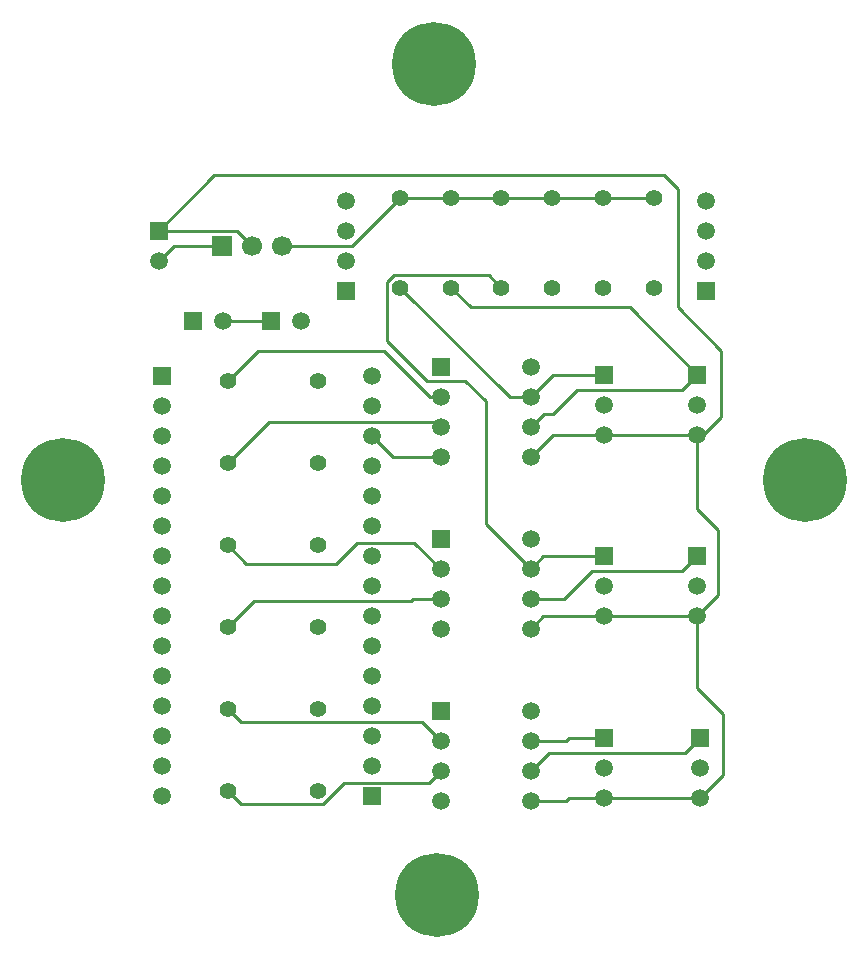
<source format=gbl>
G04 Layer_Physical_Order=2*
G04 Layer_Color=16711680*
%FSLAX44Y44*%
%MOMM*%
G71*
G01*
G75*
%ADD10C,0.2540*%
%ADD11R,1.5000X1.5000*%
%ADD12C,1.5000*%
%ADD13R,1.5000X1.5000*%
%ADD14C,1.4000*%
%ADD15R,1.7000X1.7000*%
%ADD16C,1.7000*%
%ADD17C,7.1000*%
D10*
X937260Y561340D02*
X966978D01*
X969518Y563880D01*
X999490D01*
X1080770D01*
X937260Y612140D02*
X966978D01*
X969518Y614680D01*
X999490D01*
Y717550D02*
X1078230D01*
X999490Y871220D02*
X1078230D01*
X676910Y967740D02*
X717550D01*
X826770Y1071880D02*
X869696D01*
X912622D01*
X955548D01*
X998474D01*
X1041400D01*
X680720Y638937D02*
X692023Y627634D01*
X845566D01*
X861060Y612140D01*
X688340Y1043940D02*
X701040Y1031240D01*
X622300Y1043940D02*
X688340D01*
X680720Y846963D02*
X715391Y881634D01*
X861060Y877570D02*
Y881634D01*
X1065530Y909320D02*
X1078230Y922020D01*
X976376Y909320D02*
X1065530D01*
X956056Y889000D02*
X976376Y909320D01*
X948690Y889000D02*
X956056D01*
X937260Y877570D02*
X948690Y889000D01*
X786130Y1031240D02*
X826770Y1071880D01*
X726440Y1031240D02*
X786130D01*
X826770Y995680D02*
X919480Y902970D01*
X937260D01*
Y732155D02*
X965581D01*
X989076Y755650D01*
X1065530D01*
X1078230Y768350D01*
X851690Y902970D02*
X861060D01*
X812828Y941832D02*
X851690Y902970D01*
X706247Y941832D02*
X812828D01*
X680720Y916305D02*
X706247Y941832D01*
X850900Y576580D02*
X861060Y586740D01*
X779526Y576580D02*
X850900D01*
X761492Y558546D02*
X779526Y576580D01*
X691769Y558546D02*
X761492D01*
X680720Y569595D02*
X691769Y558546D01*
X680720Y708279D02*
X702691Y730250D01*
X836168D01*
X838073Y732155D01*
X861060D01*
X838835Y779780D02*
X861060Y757555D01*
X790321Y779780D02*
X838835D01*
X772541Y762000D02*
X790321Y779780D01*
X696341Y762000D02*
X772541D01*
X680720Y777621D02*
X696341Y762000D01*
X1068070Y601980D02*
X1080770Y614680D01*
X952500Y601980D02*
X1068070D01*
X937260Y586740D02*
X952500Y601980D01*
X937260Y706755D02*
X948055Y717550D01*
X999490D01*
X901700Y1006602D02*
X912622Y995680D01*
X821690Y1006602D02*
X901700D01*
X815848Y1000760D02*
X821690Y1006602D01*
X815848Y950722D02*
Y1000760D01*
Y950722D02*
X849630Y916940D01*
X881888D01*
X899160Y899668D01*
X1021334Y978916D02*
X1078230Y922020D01*
X886460Y978916D02*
X1021334D01*
X869696Y995680D02*
X886460Y978916D01*
X937260Y852170D02*
X956310Y871220D01*
X999490D01*
X937260Y902970D02*
X956310Y922020D01*
X999490D01*
X802640Y869950D02*
X820420Y852170D01*
X861060D01*
X622300Y1018540D02*
X635000Y1031240D01*
X675640D01*
X715391Y881634D02*
X861060D01*
X948055Y768350D02*
X999490D01*
X937260Y757555D02*
X948055Y768350D01*
X899160Y795655D02*
Y899668D01*
Y795655D02*
X937260Y757555D01*
X1050072Y1090930D02*
X1061720Y1079282D01*
X1078230Y871220D02*
X1083310D01*
X1078230Y808712D02*
Y871220D01*
Y656590D02*
Y717550D01*
Y656590D02*
X1099820Y635000D01*
Y582930D02*
Y635000D01*
X1080770Y563880D02*
X1099820Y582930D01*
X1078230Y717550D02*
X1096010Y735330D01*
Y790932D01*
X1078230Y808712D02*
X1096010Y790932D01*
X1083310Y871220D02*
X1098550Y886460D01*
Y942122D01*
X1061720Y978952D02*
X1098550Y942122D01*
X1061720Y978952D02*
Y1079282D01*
X622300Y1043940D02*
X669290Y1090930D01*
X1050072D01*
D11*
X781050Y993140D02*
D03*
X624840Y920750D02*
D03*
X802640Y565150D02*
D03*
X1085850Y993140D02*
D03*
X1080770Y614680D02*
D03*
X999490D02*
D03*
X1078230Y768350D02*
D03*
X999490D02*
D03*
X1078230Y922020D02*
D03*
X999490D02*
D03*
X622300Y1043940D02*
D03*
D12*
X781050Y1018540D02*
D03*
Y1043940D02*
D03*
Y1069340D02*
D03*
X861060Y612140D02*
D03*
Y586740D02*
D03*
Y561340D02*
D03*
X937260Y637540D02*
D03*
Y612140D02*
D03*
Y586740D02*
D03*
Y561340D02*
D03*
X861060Y757555D02*
D03*
Y732155D02*
D03*
Y706755D02*
D03*
X937260Y782955D02*
D03*
Y757555D02*
D03*
Y732155D02*
D03*
Y706755D02*
D03*
X624840Y895350D02*
D03*
Y869950D02*
D03*
Y844550D02*
D03*
Y819150D02*
D03*
Y793750D02*
D03*
Y768350D02*
D03*
Y742950D02*
D03*
Y717550D02*
D03*
Y692150D02*
D03*
Y666750D02*
D03*
Y641350D02*
D03*
Y615950D02*
D03*
Y590550D02*
D03*
Y565150D02*
D03*
X802640Y590550D02*
D03*
Y615950D02*
D03*
Y641350D02*
D03*
Y666750D02*
D03*
Y692150D02*
D03*
Y717550D02*
D03*
Y742950D02*
D03*
Y768350D02*
D03*
Y793750D02*
D03*
Y819150D02*
D03*
Y844550D02*
D03*
Y869950D02*
D03*
Y895350D02*
D03*
Y920750D02*
D03*
X861060Y902970D02*
D03*
Y877570D02*
D03*
Y852170D02*
D03*
X937260Y928370D02*
D03*
Y902970D02*
D03*
Y877570D02*
D03*
Y852170D02*
D03*
X676910Y967740D02*
D03*
X742950D02*
D03*
X1085850Y1018540D02*
D03*
Y1043940D02*
D03*
Y1069340D02*
D03*
X1080770Y563880D02*
D03*
Y589280D02*
D03*
X999490Y563880D02*
D03*
Y589280D02*
D03*
X1078230Y717550D02*
D03*
Y742950D02*
D03*
X999490Y717550D02*
D03*
Y742950D02*
D03*
X1078230Y871220D02*
D03*
Y896620D02*
D03*
X999490Y871220D02*
D03*
Y896620D02*
D03*
X622300Y1018540D02*
D03*
D13*
X861060Y637540D02*
D03*
Y782955D02*
D03*
Y928370D02*
D03*
X651510Y967740D02*
D03*
X717550D02*
D03*
D14*
X756920Y916305D02*
D03*
X680720D02*
D03*
X756920Y846963D02*
D03*
X680720D02*
D03*
X756920Y777621D02*
D03*
X680720D02*
D03*
X756920Y708279D02*
D03*
X680720D02*
D03*
X756920Y638937D02*
D03*
X680720D02*
D03*
X756920Y569595D02*
D03*
X680720D02*
D03*
X1041400Y1071880D02*
D03*
Y995680D02*
D03*
X998474Y1071880D02*
D03*
Y995680D02*
D03*
X955548Y1071880D02*
D03*
Y995680D02*
D03*
X912622Y1071880D02*
D03*
Y995680D02*
D03*
X869696Y1071880D02*
D03*
Y995680D02*
D03*
X826770Y1071880D02*
D03*
Y995680D02*
D03*
D15*
X675640Y1031240D02*
D03*
D16*
X701040D02*
D03*
X726440D02*
D03*
D17*
X1169670Y833120D02*
D03*
X855345Y1184910D02*
D03*
X857631Y481330D02*
D03*
X541020Y833120D02*
D03*
M02*

</source>
